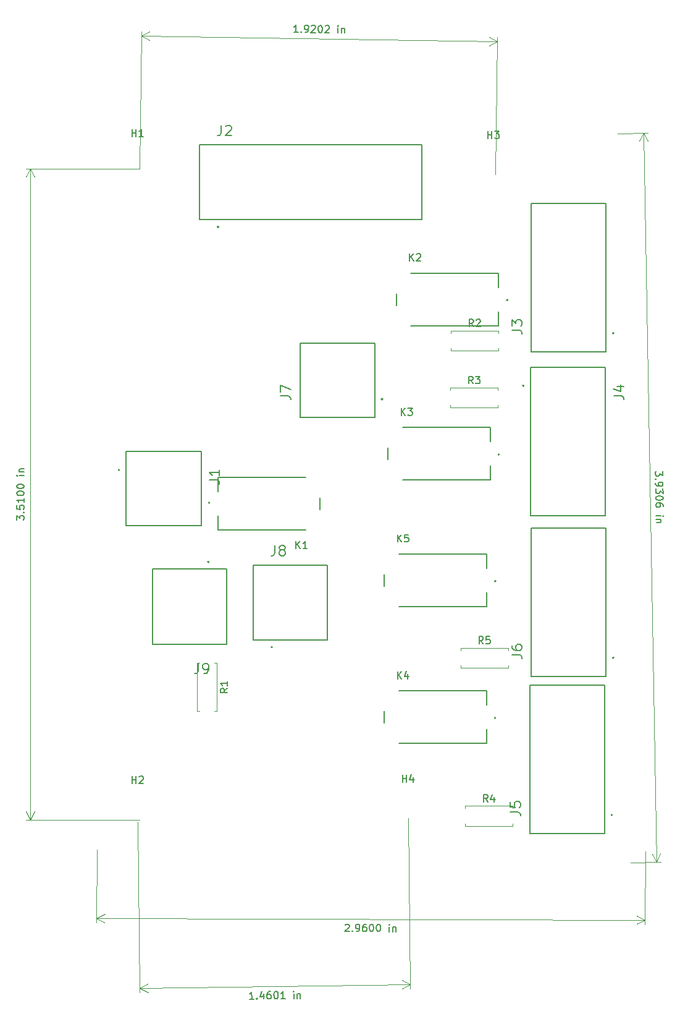
<source format=gbr>
G04 #@! TF.GenerationSoftware,KiCad,Pcbnew,(5.1.4)-1*
G04 #@! TF.CreationDate,2023-06-30T15:23:11-04:00*
G04 #@! TF.ProjectId,4ChWirelessLaunchController,34436857-6972-4656-9c65-73734c61756e,rev?*
G04 #@! TF.SameCoordinates,Original*
G04 #@! TF.FileFunction,Legend,Top*
G04 #@! TF.FilePolarity,Positive*
%FSLAX46Y46*%
G04 Gerber Fmt 4.6, Leading zero omitted, Abs format (unit mm)*
G04 Created by KiCad (PCBNEW (5.1.4)-1) date 2023-06-30 15:23:11*
%MOMM*%
%LPD*%
G04 APERTURE LIST*
%ADD10C,0.150000*%
%ADD11C,0.120000*%
%ADD12C,0.127000*%
%ADD13C,0.200000*%
G04 APERTURE END LIST*
D10*
X53554380Y-179442619D02*
X53554380Y-178823571D01*
X53935333Y-179156904D01*
X53935333Y-179014047D01*
X53982952Y-178918809D01*
X54030571Y-178871190D01*
X54125809Y-178823571D01*
X54363904Y-178823571D01*
X54459142Y-178871190D01*
X54506761Y-178918809D01*
X54554380Y-179014047D01*
X54554380Y-179299761D01*
X54506761Y-179395000D01*
X54459142Y-179442619D01*
X54459142Y-178395000D02*
X54506761Y-178347380D01*
X54554380Y-178395000D01*
X54506761Y-178442619D01*
X54459142Y-178395000D01*
X54554380Y-178395000D01*
X53554380Y-177442619D02*
X53554380Y-177918809D01*
X54030571Y-177966428D01*
X53982952Y-177918809D01*
X53935333Y-177823571D01*
X53935333Y-177585476D01*
X53982952Y-177490238D01*
X54030571Y-177442619D01*
X54125809Y-177395000D01*
X54363904Y-177395000D01*
X54459142Y-177442619D01*
X54506761Y-177490238D01*
X54554380Y-177585476D01*
X54554380Y-177823571D01*
X54506761Y-177918809D01*
X54459142Y-177966428D01*
X54554380Y-176442619D02*
X54554380Y-177014047D01*
X54554380Y-176728333D02*
X53554380Y-176728333D01*
X53697238Y-176823571D01*
X53792476Y-176918809D01*
X53840095Y-177014047D01*
X53554380Y-175823571D02*
X53554380Y-175728333D01*
X53602000Y-175633095D01*
X53649619Y-175585476D01*
X53744857Y-175537857D01*
X53935333Y-175490238D01*
X54173428Y-175490238D01*
X54363904Y-175537857D01*
X54459142Y-175585476D01*
X54506761Y-175633095D01*
X54554380Y-175728333D01*
X54554380Y-175823571D01*
X54506761Y-175918809D01*
X54459142Y-175966428D01*
X54363904Y-176014047D01*
X54173428Y-176061666D01*
X53935333Y-176061666D01*
X53744857Y-176014047D01*
X53649619Y-175966428D01*
X53602000Y-175918809D01*
X53554380Y-175823571D01*
X53554380Y-174871190D02*
X53554380Y-174775952D01*
X53602000Y-174680714D01*
X53649619Y-174633095D01*
X53744857Y-174585476D01*
X53935333Y-174537857D01*
X54173428Y-174537857D01*
X54363904Y-174585476D01*
X54459142Y-174633095D01*
X54506761Y-174680714D01*
X54554380Y-174775952D01*
X54554380Y-174871190D01*
X54506761Y-174966428D01*
X54459142Y-175014047D01*
X54363904Y-175061666D01*
X54173428Y-175109285D01*
X53935333Y-175109285D01*
X53744857Y-175061666D01*
X53649619Y-175014047D01*
X53602000Y-174966428D01*
X53554380Y-174871190D01*
X54554380Y-173347380D02*
X53887714Y-173347380D01*
X53554380Y-173347380D02*
X53602000Y-173395000D01*
X53649619Y-173347380D01*
X53602000Y-173299761D01*
X53554380Y-173347380D01*
X53649619Y-173347380D01*
X53887714Y-172871190D02*
X54554380Y-172871190D01*
X53982952Y-172871190D02*
X53935333Y-172823571D01*
X53887714Y-172728333D01*
X53887714Y-172585476D01*
X53935333Y-172490238D01*
X54030571Y-172442619D01*
X54554380Y-172442619D01*
D11*
X55372000Y-220472000D02*
X55372000Y-131318000D01*
X70358000Y-220472000D02*
X54785579Y-220472000D01*
X70358000Y-131318000D02*
X54785579Y-131318000D01*
X55372000Y-131318000D02*
X55958421Y-132444504D01*
X55372000Y-131318000D02*
X54785579Y-132444504D01*
X55372000Y-220472000D02*
X55958421Y-219345496D01*
X55372000Y-220472000D02*
X54785579Y-219345496D01*
D10*
X92110503Y-112663289D02*
X91539144Y-112654361D01*
X91824823Y-112658825D02*
X91840447Y-111658947D01*
X91742988Y-111800299D01*
X91646274Y-111894038D01*
X91550303Y-111940163D01*
X92540510Y-112574758D02*
X92587379Y-112623115D01*
X92539022Y-112669985D01*
X92492153Y-112621627D01*
X92540510Y-112574758D01*
X92539022Y-112669985D01*
X93062768Y-112678168D02*
X93253221Y-112681144D01*
X93349191Y-112635019D01*
X93397548Y-112588149D01*
X93495007Y-112446797D01*
X93545596Y-112257088D01*
X93551547Y-111876183D01*
X93505422Y-111780212D01*
X93458553Y-111731855D01*
X93364070Y-111682754D01*
X93173617Y-111679778D01*
X93077647Y-111725903D01*
X93029290Y-111772773D01*
X92980188Y-111867255D01*
X92976469Y-112105321D01*
X93022594Y-112201292D01*
X93069463Y-112249649D01*
X93163946Y-112298750D01*
X93354399Y-112301726D01*
X93450369Y-112255601D01*
X93498726Y-112208731D01*
X93547827Y-112114249D01*
X93933941Y-111786908D02*
X93982298Y-111740038D01*
X94078269Y-111693913D01*
X94316335Y-111697633D01*
X94410817Y-111746734D01*
X94457687Y-111795091D01*
X94503812Y-111891062D01*
X94502324Y-111986288D01*
X94452479Y-112128384D01*
X93872193Y-112690815D01*
X94491165Y-112700487D01*
X95125760Y-111710280D02*
X95220986Y-111711768D01*
X95315469Y-111760869D01*
X95362338Y-111809226D01*
X95408463Y-111905197D01*
X95453101Y-112096394D01*
X95449381Y-112334460D01*
X95398792Y-112524169D01*
X95349691Y-112618651D01*
X95301334Y-112665521D01*
X95205363Y-112711646D01*
X95110137Y-112710158D01*
X95015654Y-112661057D01*
X94968785Y-112612700D01*
X94922660Y-112516729D01*
X94878022Y-112325533D01*
X94881742Y-112087466D01*
X94932331Y-111897757D01*
X94981432Y-111803275D01*
X95029789Y-111756406D01*
X95125760Y-111710280D01*
X95838470Y-111816666D02*
X95886828Y-111769797D01*
X95982798Y-111723671D01*
X96220864Y-111727391D01*
X96315347Y-111776492D01*
X96362216Y-111824850D01*
X96408341Y-111920820D01*
X96406853Y-112016046D01*
X96357008Y-112158142D01*
X95776722Y-112720574D01*
X96395694Y-112730245D01*
X97586025Y-112748844D02*
X97596440Y-112082259D01*
X97601648Y-111748966D02*
X97553291Y-111795835D01*
X97600160Y-111844192D01*
X97648517Y-111797323D01*
X97601648Y-111748966D01*
X97600160Y-111844192D01*
X98072573Y-112089698D02*
X98062157Y-112756283D01*
X98071085Y-112184925D02*
X98119442Y-112138055D01*
X98215412Y-112091930D01*
X98358252Y-112094162D01*
X98452735Y-112143263D01*
X98498860Y-112239234D01*
X98490677Y-112762979D01*
D11*
X70641944Y-113145562D02*
X119409944Y-113907562D01*
X70358000Y-131318000D02*
X70651106Y-112559213D01*
X119126000Y-132080000D02*
X119419106Y-113321213D01*
X119409944Y-113907562D02*
X118274416Y-114476312D01*
X119409944Y-113907562D02*
X118292739Y-113303613D01*
X70641944Y-113145562D02*
X71759149Y-113749511D01*
X70641944Y-113145562D02*
X71777472Y-112576812D01*
D10*
X86053481Y-245023947D02*
X85482106Y-245031774D01*
X85767794Y-245027860D02*
X85754096Y-244027954D01*
X85660824Y-244172102D01*
X85566899Y-244268636D01*
X85472322Y-244317555D01*
X86480708Y-244922847D02*
X86528975Y-244969810D01*
X86482012Y-245018076D01*
X86433746Y-244971114D01*
X86480708Y-244922847D01*
X86482012Y-245018076D01*
X87377558Y-244339079D02*
X87386689Y-245005684D01*
X87134267Y-243961424D02*
X86905978Y-244678904D01*
X87524967Y-244670425D01*
X88325284Y-243992732D02*
X88134825Y-243995341D01*
X88040249Y-244044260D01*
X87993286Y-244092527D01*
X87900014Y-244236675D01*
X87855008Y-244427786D01*
X87860226Y-244808703D01*
X87909145Y-244903280D01*
X87957412Y-244950242D01*
X88053294Y-244996552D01*
X88243752Y-244993943D01*
X88338329Y-244945024D01*
X88385291Y-244896757D01*
X88431601Y-244800876D01*
X88428340Y-244562803D01*
X88379421Y-244468226D01*
X88331154Y-244421263D01*
X88235273Y-244374953D01*
X88044814Y-244377562D01*
X87950237Y-244426482D01*
X87903275Y-244474748D01*
X87856965Y-244570630D01*
X89039502Y-243982948D02*
X89134732Y-243981644D01*
X89230613Y-244027954D01*
X89278880Y-244074916D01*
X89327799Y-244169493D01*
X89378023Y-244359299D01*
X89381284Y-244597372D01*
X89336278Y-244788483D01*
X89289968Y-244884364D01*
X89243006Y-244932631D01*
X89148429Y-244981550D01*
X89053200Y-244982855D01*
X88957318Y-244936545D01*
X88909052Y-244889582D01*
X88860132Y-244795005D01*
X88809909Y-244605199D01*
X88806648Y-244367126D01*
X88851653Y-244176016D01*
X88897963Y-244080134D01*
X88944926Y-244031868D01*
X89039502Y-243982948D01*
X90338793Y-244965244D02*
X89767418Y-244973071D01*
X90053106Y-244969157D02*
X90039409Y-243969251D01*
X89946136Y-244113399D01*
X89852212Y-244209933D01*
X89757635Y-244258852D01*
X91529158Y-244948937D02*
X91520026Y-244282333D01*
X91515461Y-243949031D02*
X91468498Y-243997298D01*
X91516765Y-244044260D01*
X91563727Y-243995994D01*
X91515461Y-243949031D01*
X91516765Y-244044260D01*
X91996172Y-244275811D02*
X92005304Y-244942415D01*
X91997477Y-244371040D02*
X92044439Y-244322773D01*
X92139016Y-244273854D01*
X92281860Y-244271897D01*
X92377741Y-244318207D01*
X92426660Y-244412784D01*
X92433835Y-244936545D01*
D11*
X70416186Y-243515614D02*
X107500186Y-243007614D01*
X70104000Y-220726000D02*
X70424219Y-244101980D01*
X107188000Y-220218000D02*
X107508219Y-243593980D01*
X107500186Y-243007614D02*
X106381820Y-243609410D01*
X107500186Y-243007614D02*
X106365756Y-242436678D01*
X70416186Y-243515614D02*
X71550616Y-244086550D01*
X70416186Y-243515614D02*
X71534552Y-242913818D01*
D10*
X142097069Y-172760095D02*
X142108093Y-173379044D01*
X141721265Y-173052548D01*
X141723809Y-173195382D01*
X141677894Y-173291453D01*
X141631130Y-173339913D01*
X141536755Y-173389221D01*
X141298698Y-173393461D01*
X141202627Y-173347545D01*
X141154167Y-173300782D01*
X141104860Y-173206407D01*
X141099771Y-172920738D01*
X141145687Y-172824667D01*
X141192450Y-172776207D01*
X141211107Y-173823660D02*
X141164344Y-173872120D01*
X141115884Y-173825356D01*
X141162648Y-173776897D01*
X141211107Y-173823660D01*
X141115884Y-173825356D01*
X141125213Y-174349083D02*
X141128605Y-174539529D01*
X141177912Y-174633904D01*
X141226372Y-174680667D01*
X141370902Y-174773346D01*
X141562196Y-174817565D01*
X141943088Y-174810781D01*
X142037463Y-174761473D01*
X142084227Y-174713014D01*
X142130142Y-174616943D01*
X142126750Y-174426497D01*
X142077442Y-174332122D01*
X142028983Y-174285359D01*
X141932912Y-174239443D01*
X141694854Y-174243683D01*
X141600479Y-174292991D01*
X141553716Y-174341450D01*
X141507801Y-174437521D01*
X141511193Y-174627967D01*
X141560500Y-174722342D01*
X141608960Y-174769106D01*
X141705031Y-174815021D01*
X142139471Y-175140669D02*
X142150495Y-175759619D01*
X141763667Y-175433123D01*
X141766211Y-175575957D01*
X141720296Y-175672028D01*
X141673532Y-175720488D01*
X141579157Y-175769795D01*
X141341100Y-175774036D01*
X141245029Y-175728120D01*
X141196569Y-175681357D01*
X141147262Y-175586982D01*
X141142173Y-175301313D01*
X141188089Y-175205242D01*
X141234852Y-175156782D01*
X142161520Y-176378568D02*
X142163216Y-176473791D01*
X142117300Y-176569862D01*
X142070537Y-176618322D01*
X141976162Y-176667629D01*
X141786564Y-176718633D01*
X141548507Y-176722873D01*
X141357213Y-176678654D01*
X141261142Y-176632739D01*
X141212682Y-176585975D01*
X141163374Y-176491600D01*
X141161678Y-176396377D01*
X141207594Y-176300306D01*
X141254357Y-176251847D01*
X141348732Y-176202539D01*
X141538330Y-176151535D01*
X141776388Y-176147295D01*
X141967682Y-176191514D01*
X142063753Y-176237430D01*
X142112212Y-176284193D01*
X142161520Y-176378568D01*
X142182721Y-177568856D02*
X142179329Y-177378410D01*
X142130021Y-177284035D01*
X142081562Y-177237271D01*
X141937031Y-177144592D01*
X141745737Y-177100373D01*
X141364845Y-177107157D01*
X141270470Y-177156465D01*
X141223707Y-177204925D01*
X141177791Y-177300996D01*
X141181183Y-177491442D01*
X141230491Y-177585816D01*
X141278950Y-177632580D01*
X141375021Y-177678495D01*
X141613079Y-177674255D01*
X141707454Y-177624948D01*
X141754217Y-177576488D01*
X141800133Y-177480417D01*
X141796741Y-177289971D01*
X141747433Y-177195596D01*
X141698973Y-177148833D01*
X141602902Y-177102917D01*
X141205777Y-178872175D02*
X141872337Y-178860302D01*
X142205618Y-178854366D02*
X142157158Y-178807603D01*
X142110395Y-178856062D01*
X142158854Y-178902826D01*
X142205618Y-178854366D01*
X142110395Y-178856062D01*
X141880818Y-179336417D02*
X141214257Y-179348290D01*
X141785595Y-179338113D02*
X141834054Y-179384877D01*
X141883362Y-179479252D01*
X141885906Y-179622086D01*
X141839991Y-179718157D01*
X141745616Y-179767465D01*
X141221889Y-179776793D01*
D11*
X139453917Y-126428521D02*
X141231917Y-226250521D01*
X135890000Y-126492000D02*
X140040244Y-126418077D01*
X137668000Y-226314000D02*
X141818244Y-226240077D01*
X141231917Y-226250521D02*
X140625527Y-225134639D01*
X141231917Y-226250521D02*
X141798183Y-225113752D01*
X139453917Y-126428521D02*
X138887651Y-127565290D01*
X139453917Y-126428521D02*
X140060307Y-127544403D01*
D10*
X98573507Y-234866682D02*
X98621286Y-234819224D01*
X98716685Y-234771927D01*
X98954779Y-234772731D01*
X99049855Y-234820672D01*
X99097313Y-234868451D01*
X99144610Y-234963850D01*
X99144289Y-235059087D01*
X99096187Y-235201783D01*
X98522831Y-235771278D01*
X99141875Y-235773369D01*
X99570766Y-235679579D02*
X99618224Y-235727359D01*
X99570444Y-235774817D01*
X99522987Y-235727037D01*
X99570766Y-235679579D01*
X99570444Y-235774817D01*
X100094251Y-235776587D02*
X100284726Y-235777230D01*
X100380125Y-235729933D01*
X100427904Y-235682475D01*
X100523624Y-235539941D01*
X100571887Y-235349626D01*
X100573174Y-234968676D01*
X100525877Y-234873278D01*
X100478419Y-234825498D01*
X100383342Y-234777558D01*
X100192867Y-234776914D01*
X100097468Y-234824211D01*
X100049689Y-234871669D01*
X100001748Y-234966746D01*
X100000944Y-235204840D01*
X100048241Y-235300238D01*
X100095699Y-235348018D01*
X100190776Y-235395958D01*
X100381251Y-235396602D01*
X100476649Y-235349305D01*
X100524429Y-235301847D01*
X100572369Y-235206770D01*
X101430955Y-234781097D02*
X101240480Y-234780453D01*
X101145082Y-234827750D01*
X101097302Y-234875208D01*
X101001582Y-235017743D01*
X100953319Y-235208057D01*
X100952032Y-235589007D01*
X100999329Y-235684406D01*
X101046787Y-235732185D01*
X101141864Y-235780126D01*
X101332339Y-235780769D01*
X101427738Y-235733472D01*
X101475517Y-235686014D01*
X101523458Y-235590938D01*
X101524262Y-235352844D01*
X101476965Y-235257445D01*
X101429507Y-235209666D01*
X101334431Y-235161725D01*
X101143955Y-235161082D01*
X101048557Y-235208379D01*
X101000777Y-235255837D01*
X100952837Y-235350913D01*
X102145237Y-234783510D02*
X102240474Y-234783832D01*
X102335551Y-234831772D01*
X102383009Y-234879552D01*
X102430306Y-234974950D01*
X102477281Y-235165586D01*
X102476477Y-235403680D01*
X102428215Y-235593994D01*
X102380274Y-235689071D01*
X102332494Y-235736529D01*
X102237096Y-235783826D01*
X102141858Y-235783504D01*
X102046782Y-235735564D01*
X101999324Y-235687784D01*
X101952027Y-235592386D01*
X101905051Y-235401750D01*
X101905856Y-235163656D01*
X101954118Y-234973341D01*
X102002059Y-234878265D01*
X102049838Y-234830807D01*
X102145237Y-234783510D01*
X103097612Y-234786727D02*
X103192850Y-234787049D01*
X103287926Y-234834990D01*
X103335384Y-234882769D01*
X103382681Y-234978168D01*
X103429657Y-235168804D01*
X103428852Y-235406898D01*
X103380590Y-235597212D01*
X103332650Y-235692288D01*
X103284870Y-235739746D01*
X103189471Y-235787043D01*
X103094234Y-235786722D01*
X102999157Y-235738781D01*
X102951699Y-235691001D01*
X102904402Y-235595603D01*
X102857427Y-235404967D01*
X102858231Y-235166873D01*
X102906494Y-234976559D01*
X102954434Y-234881482D01*
X103002214Y-234834024D01*
X103097612Y-234786727D01*
X104618035Y-235791870D02*
X104620287Y-235125207D01*
X104621413Y-234791875D02*
X104573633Y-234839333D01*
X104621091Y-234887113D01*
X104668871Y-234839655D01*
X104621413Y-234791875D01*
X104621091Y-234887113D01*
X105096475Y-235126816D02*
X105094222Y-235793478D01*
X105096153Y-235222053D02*
X105143933Y-235174595D01*
X105239331Y-235127298D01*
X105382187Y-235127781D01*
X105477264Y-235175721D01*
X105524561Y-235271120D01*
X105522791Y-235794926D01*
D11*
X64484250Y-233933892D02*
X139668250Y-234187892D01*
X64516000Y-224536000D02*
X64482269Y-234520310D01*
X139700000Y-224790000D02*
X139666269Y-234774310D01*
X139668250Y-234187892D02*
X138539772Y-234770504D01*
X139668250Y-234187892D02*
X138543734Y-233597669D01*
X64484250Y-233933892D02*
X65608766Y-234524115D01*
X64484250Y-233933892D02*
X65612728Y-233351280D01*
D12*
X82359500Y-186171500D02*
X82359500Y-196421500D01*
X72199500Y-196421500D02*
X72199500Y-186171500D01*
X82359500Y-196421500D02*
X72199500Y-196421500D01*
X72199500Y-186171500D02*
X82359500Y-186171500D01*
D13*
X79919500Y-185171500D02*
G75*
G03X79919500Y-185171500I-100000J0D01*
G01*
D11*
X120935500Y-199680500D02*
X120935500Y-199350500D01*
X114395500Y-199680500D02*
X120935500Y-199680500D01*
X114395500Y-199350500D02*
X114395500Y-199680500D01*
X120935500Y-196940500D02*
X120935500Y-197270500D01*
X114395500Y-196940500D02*
X120935500Y-196940500D01*
X114395500Y-197270500D02*
X114395500Y-196940500D01*
X121570500Y-221334000D02*
X121570500Y-221004000D01*
X115030500Y-221334000D02*
X121570500Y-221334000D01*
X115030500Y-221004000D02*
X115030500Y-221334000D01*
X121570500Y-218594000D02*
X121570500Y-218924000D01*
X115030500Y-218594000D02*
X121570500Y-218594000D01*
X115030500Y-218924000D02*
X115030500Y-218594000D01*
X119538500Y-164057000D02*
X119538500Y-163727000D01*
X112998500Y-164057000D02*
X119538500Y-164057000D01*
X112998500Y-163727000D02*
X112998500Y-164057000D01*
X119538500Y-161317000D02*
X119538500Y-161647000D01*
X112998500Y-161317000D02*
X119538500Y-161317000D01*
X112998500Y-161647000D02*
X112998500Y-161317000D01*
X119602000Y-156246500D02*
X119602000Y-155916500D01*
X113062000Y-156246500D02*
X119602000Y-156246500D01*
X113062000Y-155916500D02*
X113062000Y-156246500D01*
X119602000Y-153506500D02*
X119602000Y-153836500D01*
X113062000Y-153506500D02*
X119602000Y-153506500D01*
X113062000Y-153836500D02*
X113062000Y-153506500D01*
X78259000Y-205581000D02*
X78589000Y-205581000D01*
X78259000Y-199041000D02*
X78259000Y-205581000D01*
X78589000Y-199041000D02*
X78259000Y-199041000D01*
X80999000Y-205581000D02*
X80669000Y-205581000D01*
X80999000Y-199041000D02*
X80999000Y-205581000D01*
X80669000Y-199041000D02*
X80999000Y-199041000D01*
D12*
X105934500Y-184106000D02*
X117934500Y-184106000D01*
X117934500Y-184106000D02*
X117934500Y-186056000D01*
X117934500Y-189356000D02*
X117934500Y-191306000D01*
X117934500Y-191306000D02*
X105934500Y-191306000D01*
X103934500Y-186906000D02*
X103934500Y-188506000D01*
D13*
X119234500Y-187806000D02*
G75*
G03X119234500Y-187806000I-100000J0D01*
G01*
D12*
X105934500Y-202838500D02*
X117934500Y-202838500D01*
X117934500Y-202838500D02*
X117934500Y-204788500D01*
X117934500Y-208088500D02*
X117934500Y-210038500D01*
X117934500Y-210038500D02*
X105934500Y-210038500D01*
X103934500Y-205638500D02*
X103934500Y-207238500D01*
D13*
X119234500Y-206538500D02*
G75*
G03X119234500Y-206538500I-100000J0D01*
G01*
D12*
X106442500Y-166770500D02*
X118442500Y-166770500D01*
X118442500Y-166770500D02*
X118442500Y-168720500D01*
X118442500Y-172020500D02*
X118442500Y-173970500D01*
X118442500Y-173970500D02*
X106442500Y-173970500D01*
X104442500Y-169570500D02*
X104442500Y-171170500D01*
D13*
X119742500Y-170470500D02*
G75*
G03X119742500Y-170470500I-100000J0D01*
G01*
D12*
X107585500Y-145625000D02*
X119585500Y-145625000D01*
X119585500Y-145625000D02*
X119585500Y-147575000D01*
X119585500Y-150875000D02*
X119585500Y-152825000D01*
X119585500Y-152825000D02*
X107585500Y-152825000D01*
X105585500Y-148425000D02*
X105585500Y-150025000D01*
D13*
X120885500Y-149325000D02*
G75*
G03X120885500Y-149325000I-100000J0D01*
G01*
D12*
X93138000Y-180765000D02*
X81138000Y-180765000D01*
X81138000Y-180765000D02*
X81138000Y-178815000D01*
X81138000Y-175515000D02*
X81138000Y-173565000D01*
X81138000Y-173565000D02*
X93138000Y-173565000D01*
X95138000Y-177965000D02*
X95138000Y-176365000D01*
D13*
X80038000Y-177065000D02*
G75*
G03X80038000Y-177065000I-100000J0D01*
G01*
D12*
X85979000Y-195844500D02*
X85979000Y-185594500D01*
X96139000Y-185594500D02*
X96139000Y-195844500D01*
X85979000Y-185594500D02*
X96139000Y-185594500D01*
X96139000Y-195844500D02*
X85979000Y-195844500D01*
D13*
X88619000Y-196844500D02*
G75*
G03X88619000Y-196844500I-100000J0D01*
G01*
D12*
X102626500Y-165417500D02*
X92376500Y-165417500D01*
X92376500Y-155257500D02*
X102626500Y-155257500D01*
X92376500Y-165417500D02*
X92376500Y-155257500D01*
X102626500Y-155257500D02*
X102626500Y-165417500D01*
D13*
X103726500Y-162877500D02*
G75*
G03X103726500Y-162877500I-100000J0D01*
G01*
D12*
X134313000Y-200850500D02*
X124063000Y-200850500D01*
X124063000Y-180530500D02*
X134313000Y-180530500D01*
X124063000Y-200850500D02*
X124063000Y-180530500D01*
X134313000Y-180530500D02*
X134313000Y-200850500D01*
D13*
X135413000Y-198310500D02*
G75*
G03X135413000Y-198310500I-100000J0D01*
G01*
D12*
X134122500Y-222377000D02*
X123872500Y-222377000D01*
X123872500Y-202057000D02*
X134122500Y-202057000D01*
X123872500Y-222377000D02*
X123872500Y-202057000D01*
X134122500Y-202057000D02*
X134122500Y-222377000D01*
D13*
X135222500Y-219837000D02*
G75*
G03X135222500Y-219837000I-100000J0D01*
G01*
D12*
X124005000Y-158496000D02*
X134255000Y-158496000D01*
X134255000Y-178816000D02*
X124005000Y-178816000D01*
X134255000Y-158496000D02*
X134255000Y-178816000D01*
X124005000Y-178816000D02*
X124005000Y-158496000D01*
D13*
X123105000Y-161036000D02*
G75*
G03X123105000Y-161036000I-100000J0D01*
G01*
D12*
X134313000Y-156400500D02*
X124063000Y-156400500D01*
X124063000Y-136080500D02*
X134313000Y-136080500D01*
X124063000Y-156400500D02*
X124063000Y-136080500D01*
X134313000Y-136080500D02*
X134313000Y-156400500D01*
D13*
X135413000Y-153860500D02*
G75*
G03X135413000Y-153860500I-100000J0D01*
G01*
D12*
X78613000Y-138313500D02*
X78613000Y-128063500D01*
X109093000Y-128063500D02*
X109093000Y-138313500D01*
X78613000Y-128063500D02*
X109093000Y-128063500D01*
X109093000Y-138313500D02*
X78613000Y-138313500D01*
D13*
X81253000Y-139313500D02*
G75*
G03X81253000Y-139313500I-100000J0D01*
G01*
D12*
X68569500Y-170053000D02*
X78819500Y-170053000D01*
X78819500Y-180213000D02*
X68569500Y-180213000D01*
X78819500Y-170053000D02*
X78819500Y-180213000D01*
X68569500Y-180213000D02*
X68569500Y-170053000D01*
D13*
X67669500Y-172593000D02*
G75*
G03X67669500Y-172593000I-100000J0D01*
G01*
D10*
X106426095Y-215324380D02*
X106426095Y-214324380D01*
X106426095Y-214800571D02*
X106997523Y-214800571D01*
X106997523Y-215324380D02*
X106997523Y-214324380D01*
X107902285Y-214657714D02*
X107902285Y-215324380D01*
X107664190Y-214276761D02*
X107426095Y-214991047D01*
X108045142Y-214991047D01*
X118110095Y-127186380D02*
X118110095Y-126186380D01*
X118110095Y-126662571D02*
X118681523Y-126662571D01*
X118681523Y-127186380D02*
X118681523Y-126186380D01*
X119062476Y-126186380D02*
X119681523Y-126186380D01*
X119348190Y-126567333D01*
X119491047Y-126567333D01*
X119586285Y-126614952D01*
X119633904Y-126662571D01*
X119681523Y-126757809D01*
X119681523Y-126995904D01*
X119633904Y-127091142D01*
X119586285Y-127138761D01*
X119491047Y-127186380D01*
X119205333Y-127186380D01*
X119110095Y-127138761D01*
X119062476Y-127091142D01*
X69342095Y-215514880D02*
X69342095Y-214514880D01*
X69342095Y-214991071D02*
X69913523Y-214991071D01*
X69913523Y-215514880D02*
X69913523Y-214514880D01*
X70342095Y-214610119D02*
X70389714Y-214562500D01*
X70484952Y-214514880D01*
X70723047Y-214514880D01*
X70818285Y-214562500D01*
X70865904Y-214610119D01*
X70913523Y-214705357D01*
X70913523Y-214800595D01*
X70865904Y-214943452D01*
X70294476Y-215514880D01*
X70913523Y-215514880D01*
X69342095Y-126932380D02*
X69342095Y-125932380D01*
X69342095Y-126408571D02*
X69913523Y-126408571D01*
X69913523Y-126932380D02*
X69913523Y-125932380D01*
X70913523Y-126932380D02*
X70342095Y-126932380D01*
X70627809Y-126932380D02*
X70627809Y-125932380D01*
X70532571Y-126075238D01*
X70437333Y-126170476D01*
X70342095Y-126218095D01*
X78447833Y-199067833D02*
X78447833Y-200067833D01*
X78381166Y-200267833D01*
X78247833Y-200401166D01*
X78047833Y-200467833D01*
X77914500Y-200467833D01*
X79181166Y-200467833D02*
X79447833Y-200467833D01*
X79581166Y-200401166D01*
X79647833Y-200334500D01*
X79781166Y-200134500D01*
X79847833Y-199867833D01*
X79847833Y-199334500D01*
X79781166Y-199201166D01*
X79714500Y-199134500D01*
X79581166Y-199067833D01*
X79314500Y-199067833D01*
X79181166Y-199134500D01*
X79114500Y-199201166D01*
X79047833Y-199334500D01*
X79047833Y-199667833D01*
X79114500Y-199801166D01*
X79181166Y-199867833D01*
X79314500Y-199934500D01*
X79581166Y-199934500D01*
X79714500Y-199867833D01*
X79781166Y-199801166D01*
X79847833Y-199667833D01*
X117498833Y-196392880D02*
X117165500Y-195916690D01*
X116927404Y-196392880D02*
X116927404Y-195392880D01*
X117308357Y-195392880D01*
X117403595Y-195440500D01*
X117451214Y-195488119D01*
X117498833Y-195583357D01*
X117498833Y-195726214D01*
X117451214Y-195821452D01*
X117403595Y-195869071D01*
X117308357Y-195916690D01*
X116927404Y-195916690D01*
X118403595Y-195392880D02*
X117927404Y-195392880D01*
X117879785Y-195869071D01*
X117927404Y-195821452D01*
X118022642Y-195773833D01*
X118260738Y-195773833D01*
X118355976Y-195821452D01*
X118403595Y-195869071D01*
X118451214Y-195964309D01*
X118451214Y-196202404D01*
X118403595Y-196297642D01*
X118355976Y-196345261D01*
X118260738Y-196392880D01*
X118022642Y-196392880D01*
X117927404Y-196345261D01*
X117879785Y-196297642D01*
X118133833Y-218046380D02*
X117800500Y-217570190D01*
X117562404Y-218046380D02*
X117562404Y-217046380D01*
X117943357Y-217046380D01*
X118038595Y-217094000D01*
X118086214Y-217141619D01*
X118133833Y-217236857D01*
X118133833Y-217379714D01*
X118086214Y-217474952D01*
X118038595Y-217522571D01*
X117943357Y-217570190D01*
X117562404Y-217570190D01*
X118990976Y-217379714D02*
X118990976Y-218046380D01*
X118752880Y-216998761D02*
X118514785Y-217713047D01*
X119133833Y-217713047D01*
X116101833Y-160769380D02*
X115768500Y-160293190D01*
X115530404Y-160769380D02*
X115530404Y-159769380D01*
X115911357Y-159769380D01*
X116006595Y-159817000D01*
X116054214Y-159864619D01*
X116101833Y-159959857D01*
X116101833Y-160102714D01*
X116054214Y-160197952D01*
X116006595Y-160245571D01*
X115911357Y-160293190D01*
X115530404Y-160293190D01*
X116435166Y-159769380D02*
X117054214Y-159769380D01*
X116720880Y-160150333D01*
X116863738Y-160150333D01*
X116958976Y-160197952D01*
X117006595Y-160245571D01*
X117054214Y-160340809D01*
X117054214Y-160578904D01*
X117006595Y-160674142D01*
X116958976Y-160721761D01*
X116863738Y-160769380D01*
X116578023Y-160769380D01*
X116482785Y-160721761D01*
X116435166Y-160674142D01*
X116165333Y-152958880D02*
X115832000Y-152482690D01*
X115593904Y-152958880D02*
X115593904Y-151958880D01*
X115974857Y-151958880D01*
X116070095Y-152006500D01*
X116117714Y-152054119D01*
X116165333Y-152149357D01*
X116165333Y-152292214D01*
X116117714Y-152387452D01*
X116070095Y-152435071D01*
X115974857Y-152482690D01*
X115593904Y-152482690D01*
X116546285Y-152054119D02*
X116593904Y-152006500D01*
X116689142Y-151958880D01*
X116927238Y-151958880D01*
X117022476Y-152006500D01*
X117070095Y-152054119D01*
X117117714Y-152149357D01*
X117117714Y-152244595D01*
X117070095Y-152387452D01*
X116498666Y-152958880D01*
X117117714Y-152958880D01*
X82451380Y-202477666D02*
X81975190Y-202811000D01*
X82451380Y-203049095D02*
X81451380Y-203049095D01*
X81451380Y-202668142D01*
X81499000Y-202572904D01*
X81546619Y-202525285D01*
X81641857Y-202477666D01*
X81784714Y-202477666D01*
X81879952Y-202525285D01*
X81927571Y-202572904D01*
X81975190Y-202668142D01*
X81975190Y-203049095D01*
X82451380Y-201525285D02*
X82451380Y-202096714D01*
X82451380Y-201811000D02*
X81451380Y-201811000D01*
X81594238Y-201906238D01*
X81689476Y-202001476D01*
X81737095Y-202096714D01*
X105751404Y-182443380D02*
X105751404Y-181443380D01*
X106322833Y-182443380D02*
X105894261Y-181871952D01*
X106322833Y-181443380D02*
X105751404Y-182014809D01*
X107227595Y-181443380D02*
X106751404Y-181443380D01*
X106703785Y-181919571D01*
X106751404Y-181871952D01*
X106846642Y-181824333D01*
X107084738Y-181824333D01*
X107179976Y-181871952D01*
X107227595Y-181919571D01*
X107275214Y-182014809D01*
X107275214Y-182252904D01*
X107227595Y-182348142D01*
X107179976Y-182395761D01*
X107084738Y-182443380D01*
X106846642Y-182443380D01*
X106751404Y-182395761D01*
X106703785Y-182348142D01*
X105751404Y-201175880D02*
X105751404Y-200175880D01*
X106322833Y-201175880D02*
X105894261Y-200604452D01*
X106322833Y-200175880D02*
X105751404Y-200747309D01*
X107179976Y-200509214D02*
X107179976Y-201175880D01*
X106941880Y-200128261D02*
X106703785Y-200842547D01*
X107322833Y-200842547D01*
X106259404Y-165107880D02*
X106259404Y-164107880D01*
X106830833Y-165107880D02*
X106402261Y-164536452D01*
X106830833Y-164107880D02*
X106259404Y-164679309D01*
X107164166Y-164107880D02*
X107783214Y-164107880D01*
X107449880Y-164488833D01*
X107592738Y-164488833D01*
X107687976Y-164536452D01*
X107735595Y-164584071D01*
X107783214Y-164679309D01*
X107783214Y-164917404D01*
X107735595Y-165012642D01*
X107687976Y-165060261D01*
X107592738Y-165107880D01*
X107307023Y-165107880D01*
X107211785Y-165060261D01*
X107164166Y-165012642D01*
X107402404Y-143962380D02*
X107402404Y-142962380D01*
X107973833Y-143962380D02*
X107545261Y-143390952D01*
X107973833Y-142962380D02*
X107402404Y-143533809D01*
X108354785Y-143057619D02*
X108402404Y-143010000D01*
X108497642Y-142962380D01*
X108735738Y-142962380D01*
X108830976Y-143010000D01*
X108878595Y-143057619D01*
X108926214Y-143152857D01*
X108926214Y-143248095D01*
X108878595Y-143390952D01*
X108307166Y-143962380D01*
X108926214Y-143962380D01*
X91844904Y-183332380D02*
X91844904Y-182332380D01*
X92416333Y-183332380D02*
X91987761Y-182760952D01*
X92416333Y-182332380D02*
X91844904Y-182903809D01*
X93368714Y-183332380D02*
X92797285Y-183332380D01*
X93083000Y-183332380D02*
X93083000Y-182332380D01*
X92987761Y-182475238D01*
X92892523Y-182570476D01*
X92797285Y-182618095D01*
X88957333Y-182938833D02*
X88957333Y-183938833D01*
X88890666Y-184138833D01*
X88757333Y-184272166D01*
X88557333Y-184338833D01*
X88424000Y-184338833D01*
X89824000Y-183538833D02*
X89690666Y-183472166D01*
X89624000Y-183405500D01*
X89557333Y-183272166D01*
X89557333Y-183205500D01*
X89624000Y-183072166D01*
X89690666Y-183005500D01*
X89824000Y-182938833D01*
X90090666Y-182938833D01*
X90224000Y-183005500D01*
X90290666Y-183072166D01*
X90357333Y-183205500D01*
X90357333Y-183272166D01*
X90290666Y-183405500D01*
X90224000Y-183472166D01*
X90090666Y-183538833D01*
X89824000Y-183538833D01*
X89690666Y-183605500D01*
X89624000Y-183672166D01*
X89557333Y-183805500D01*
X89557333Y-184072166D01*
X89624000Y-184205500D01*
X89690666Y-184272166D01*
X89824000Y-184338833D01*
X90090666Y-184338833D01*
X90224000Y-184272166D01*
X90290666Y-184205500D01*
X90357333Y-184072166D01*
X90357333Y-183805500D01*
X90290666Y-183672166D01*
X90224000Y-183605500D01*
X90090666Y-183538833D01*
X89720833Y-162439166D02*
X90720833Y-162439166D01*
X90920833Y-162505833D01*
X91054166Y-162639166D01*
X91120833Y-162839166D01*
X91120833Y-162972500D01*
X89720833Y-161905833D02*
X89720833Y-160972500D01*
X91120833Y-161572500D01*
X121407333Y-197872166D02*
X122407333Y-197872166D01*
X122607333Y-197938833D01*
X122740666Y-198072166D01*
X122807333Y-198272166D01*
X122807333Y-198405500D01*
X121407333Y-196605500D02*
X121407333Y-196872166D01*
X121474000Y-197005500D01*
X121540666Y-197072166D01*
X121740666Y-197205500D01*
X122007333Y-197272166D01*
X122540666Y-197272166D01*
X122674000Y-197205500D01*
X122740666Y-197138833D01*
X122807333Y-197005500D01*
X122807333Y-196738833D01*
X122740666Y-196605500D01*
X122674000Y-196538833D01*
X122540666Y-196472166D01*
X122207333Y-196472166D01*
X122074000Y-196538833D01*
X122007333Y-196605500D01*
X121940666Y-196738833D01*
X121940666Y-197005500D01*
X122007333Y-197138833D01*
X122074000Y-197205500D01*
X122207333Y-197272166D01*
X121216833Y-219398666D02*
X122216833Y-219398666D01*
X122416833Y-219465333D01*
X122550166Y-219598666D01*
X122616833Y-219798666D01*
X122616833Y-219932000D01*
X121216833Y-218065333D02*
X121216833Y-218732000D01*
X121883500Y-218798666D01*
X121816833Y-218732000D01*
X121750166Y-218598666D01*
X121750166Y-218265333D01*
X121816833Y-218132000D01*
X121883500Y-218065333D01*
X122016833Y-217998666D01*
X122350166Y-217998666D01*
X122483500Y-218065333D01*
X122550166Y-218132000D01*
X122616833Y-218265333D01*
X122616833Y-218598666D01*
X122550166Y-218732000D01*
X122483500Y-218798666D01*
X135377333Y-162407666D02*
X136377333Y-162407666D01*
X136577333Y-162474333D01*
X136710666Y-162607666D01*
X136777333Y-162807666D01*
X136777333Y-162941000D01*
X135844000Y-161141000D02*
X136777333Y-161141000D01*
X135310666Y-161474333D02*
X136310666Y-161807666D01*
X136310666Y-160941000D01*
X121407333Y-153422166D02*
X122407333Y-153422166D01*
X122607333Y-153488833D01*
X122740666Y-153622166D01*
X122807333Y-153822166D01*
X122807333Y-153955500D01*
X121407333Y-152888833D02*
X121407333Y-152022166D01*
X121940666Y-152488833D01*
X121940666Y-152288833D01*
X122007333Y-152155500D01*
X122074000Y-152088833D01*
X122207333Y-152022166D01*
X122540666Y-152022166D01*
X122674000Y-152088833D01*
X122740666Y-152155500D01*
X122807333Y-152288833D01*
X122807333Y-152688833D01*
X122740666Y-152822166D01*
X122674000Y-152888833D01*
X81591333Y-125407833D02*
X81591333Y-126407833D01*
X81524666Y-126607833D01*
X81391333Y-126741166D01*
X81191333Y-126807833D01*
X81058000Y-126807833D01*
X82191333Y-125541166D02*
X82258000Y-125474500D01*
X82391333Y-125407833D01*
X82724666Y-125407833D01*
X82858000Y-125474500D01*
X82924666Y-125541166D01*
X82991333Y-125674500D01*
X82991333Y-125807833D01*
X82924666Y-126007833D01*
X82124666Y-126807833D01*
X82991333Y-126807833D01*
X79941833Y-173964666D02*
X80941833Y-173964666D01*
X81141833Y-174031333D01*
X81275166Y-174164666D01*
X81341833Y-174364666D01*
X81341833Y-174498000D01*
X81341833Y-172564666D02*
X81341833Y-173364666D01*
X81341833Y-172964666D02*
X79941833Y-172964666D01*
X80141833Y-173098000D01*
X80275166Y-173231333D01*
X80341833Y-173364666D01*
M02*

</source>
